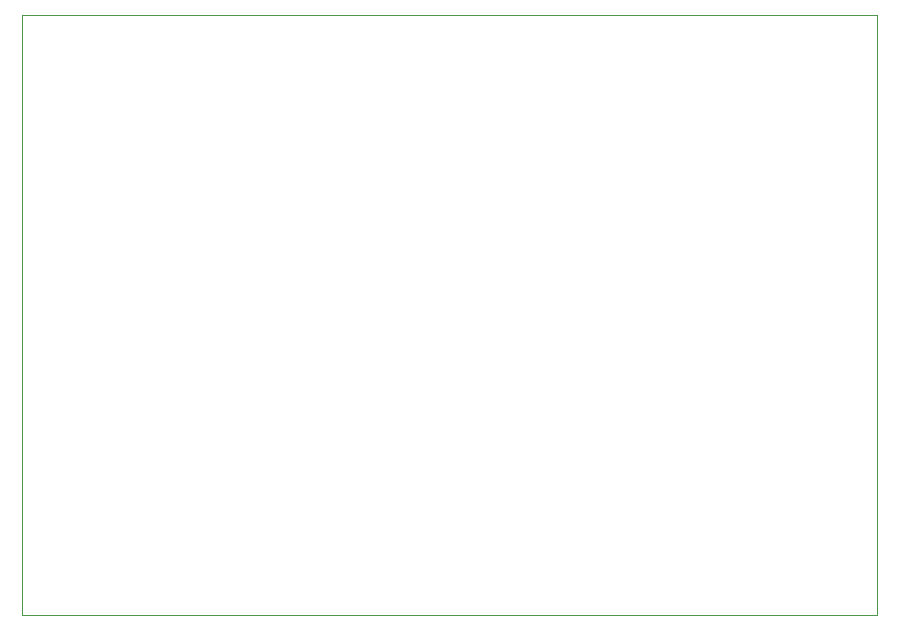
<source format=gbr>
%TF.GenerationSoftware,KiCad,Pcbnew,5.1.12-84ad8e8a86~92~ubuntu20.04.1*%
%TF.CreationDate,2022-03-12T13:00:31+01:00*%
%TF.ProjectId,DTMF 1,44544d46-2031-42e6-9b69-6361645f7063,rev?*%
%TF.SameCoordinates,Original*%
%TF.FileFunction,Profile,NP*%
%FSLAX46Y46*%
G04 Gerber Fmt 4.6, Leading zero omitted, Abs format (unit mm)*
G04 Created by KiCad (PCBNEW 5.1.12-84ad8e8a86~92~ubuntu20.04.1) date 2022-03-12 13:00:31*
%MOMM*%
%LPD*%
G01*
G04 APERTURE LIST*
%TA.AperFunction,Profile*%
%ADD10C,0.050000*%
%TD*%
G04 APERTURE END LIST*
D10*
X76200000Y-49530000D02*
X76200000Y-100330000D01*
X148590000Y-100330000D02*
X147320000Y-100330000D01*
X148590000Y-49530000D02*
X148590000Y-100330000D01*
X76200000Y-100330000D02*
X147320000Y-100330000D01*
X76200000Y-49530000D02*
X148590000Y-49530000D01*
M02*

</source>
